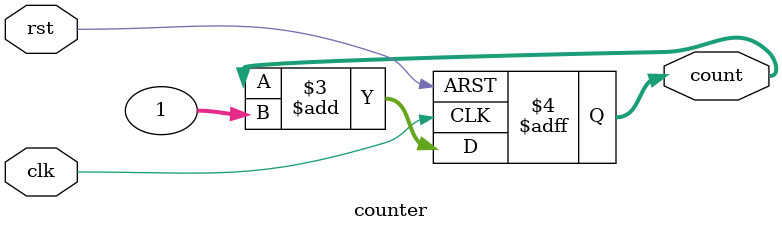
<source format=v>
`timescale 1ns / 1ps


module counter (
        input clk,
        input rst,
        output reg [31:0] count
    );

    always @ (posedge clk or posedge rst)
    begin
        if (rst == 1)
            count <= 0;
        else
            count <= count + 1;
    end

endmodule

</source>
